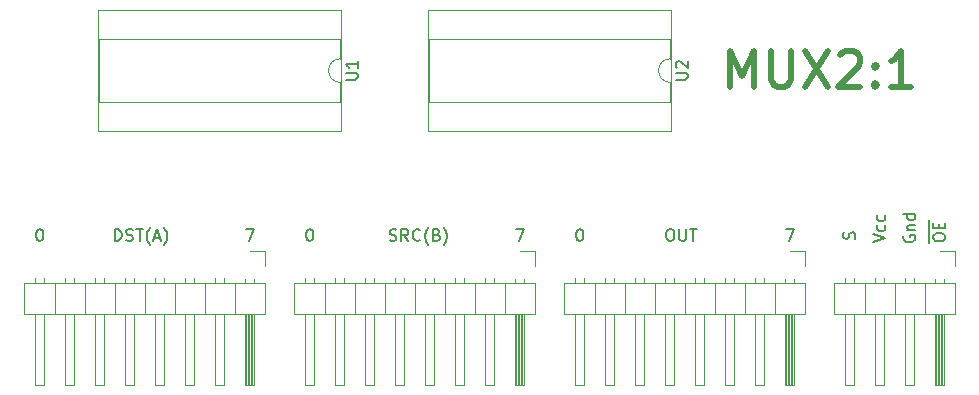
<source format=gbr>
%TF.GenerationSoftware,KiCad,Pcbnew,(5.1.8)-1*%
%TF.CreationDate,2022-10-23T00:45:01+03:00*%
%TF.ProjectId,MUX2x1,4d555832-7831-42e6-9b69-6361645f7063,rev?*%
%TF.SameCoordinates,Original*%
%TF.FileFunction,Legend,Top*%
%TF.FilePolarity,Positive*%
%FSLAX46Y46*%
G04 Gerber Fmt 4.6, Leading zero omitted, Abs format (unit mm)*
G04 Created by KiCad (PCBNEW (5.1.8)-1) date 2022-10-23 00:45:01*
%MOMM*%
%LPD*%
G01*
G04 APERTURE LIST*
%ADD10C,0.500000*%
%ADD11C,0.150000*%
%ADD12C,0.120000*%
G04 APERTURE END LIST*
D10*
X109268571Y-66127142D02*
X109268571Y-63127142D01*
X110268571Y-65270000D01*
X111268571Y-63127142D01*
X111268571Y-66127142D01*
X112697142Y-63127142D02*
X112697142Y-65555714D01*
X112840000Y-65841428D01*
X112982857Y-65984285D01*
X113268571Y-66127142D01*
X113840000Y-66127142D01*
X114125714Y-65984285D01*
X114268571Y-65841428D01*
X114411428Y-65555714D01*
X114411428Y-63127142D01*
X115554285Y-63127142D02*
X117554285Y-66127142D01*
X117554285Y-63127142D02*
X115554285Y-66127142D01*
X118554285Y-63412857D02*
X118697142Y-63270000D01*
X118982857Y-63127142D01*
X119697142Y-63127142D01*
X119982857Y-63270000D01*
X120125714Y-63412857D01*
X120268571Y-63698571D01*
X120268571Y-63984285D01*
X120125714Y-64412857D01*
X118411428Y-66127142D01*
X120268571Y-66127142D01*
X121554285Y-65841428D02*
X121697142Y-65984285D01*
X121554285Y-66127142D01*
X121411428Y-65984285D01*
X121554285Y-65841428D01*
X121554285Y-66127142D01*
X121554285Y-64270000D02*
X121697142Y-64412857D01*
X121554285Y-64555714D01*
X121411428Y-64412857D01*
X121554285Y-64270000D01*
X121554285Y-64555714D01*
X124554285Y-66127142D02*
X122840000Y-66127142D01*
X123697142Y-66127142D02*
X123697142Y-63127142D01*
X123411428Y-63555714D01*
X123125714Y-63841428D01*
X122840000Y-63984285D01*
D11*
X126085000Y-79398690D02*
X126085000Y-78351071D01*
X126452380Y-78970119D02*
X126452380Y-78779642D01*
X126500000Y-78684404D01*
X126595238Y-78589166D01*
X126785714Y-78541547D01*
X127119047Y-78541547D01*
X127309523Y-78589166D01*
X127404761Y-78684404D01*
X127452380Y-78779642D01*
X127452380Y-78970119D01*
X127404761Y-79065357D01*
X127309523Y-79160595D01*
X127119047Y-79208214D01*
X126785714Y-79208214D01*
X126595238Y-79160595D01*
X126500000Y-79065357D01*
X126452380Y-78970119D01*
X126085000Y-78351071D02*
X126085000Y-77446309D01*
X126928571Y-78112976D02*
X126928571Y-77779642D01*
X127452380Y-77636785D02*
X127452380Y-78112976D01*
X126452380Y-78112976D01*
X126452380Y-77636785D01*
X119784761Y-79025714D02*
X119832380Y-78882857D01*
X119832380Y-78644761D01*
X119784761Y-78549523D01*
X119737142Y-78501904D01*
X119641904Y-78454285D01*
X119546666Y-78454285D01*
X119451428Y-78501904D01*
X119403809Y-78549523D01*
X119356190Y-78644761D01*
X119308571Y-78835238D01*
X119260952Y-78930476D01*
X119213333Y-78978095D01*
X119118095Y-79025714D01*
X119022857Y-79025714D01*
X118927619Y-78978095D01*
X118880000Y-78930476D01*
X118832380Y-78835238D01*
X118832380Y-78597142D01*
X118880000Y-78454285D01*
X123960000Y-78747857D02*
X123912380Y-78843095D01*
X123912380Y-78985952D01*
X123960000Y-79128809D01*
X124055238Y-79224047D01*
X124150476Y-79271666D01*
X124340952Y-79319285D01*
X124483809Y-79319285D01*
X124674285Y-79271666D01*
X124769523Y-79224047D01*
X124864761Y-79128809D01*
X124912380Y-78985952D01*
X124912380Y-78890714D01*
X124864761Y-78747857D01*
X124817142Y-78700238D01*
X124483809Y-78700238D01*
X124483809Y-78890714D01*
X124245714Y-78271666D02*
X124912380Y-78271666D01*
X124340952Y-78271666D02*
X124293333Y-78224047D01*
X124245714Y-78128809D01*
X124245714Y-77985952D01*
X124293333Y-77890714D01*
X124388571Y-77843095D01*
X124912380Y-77843095D01*
X124912380Y-76938333D02*
X123912380Y-76938333D01*
X124864761Y-76938333D02*
X124912380Y-77033571D01*
X124912380Y-77224047D01*
X124864761Y-77319285D01*
X124817142Y-77366904D01*
X124721904Y-77414523D01*
X124436190Y-77414523D01*
X124340952Y-77366904D01*
X124293333Y-77319285D01*
X124245714Y-77224047D01*
X124245714Y-77033571D01*
X124293333Y-76938333D01*
X121372380Y-79295476D02*
X122372380Y-78962142D01*
X121372380Y-78628809D01*
X122324761Y-77866904D02*
X122372380Y-77962142D01*
X122372380Y-78152619D01*
X122324761Y-78247857D01*
X122277142Y-78295476D01*
X122181904Y-78343095D01*
X121896190Y-78343095D01*
X121800952Y-78295476D01*
X121753333Y-78247857D01*
X121705714Y-78152619D01*
X121705714Y-77962142D01*
X121753333Y-77866904D01*
X122324761Y-77009761D02*
X122372380Y-77105000D01*
X122372380Y-77295476D01*
X122324761Y-77390714D01*
X122277142Y-77438333D01*
X122181904Y-77485952D01*
X121896190Y-77485952D01*
X121800952Y-77438333D01*
X121753333Y-77390714D01*
X121705714Y-77295476D01*
X121705714Y-77105000D01*
X121753333Y-77009761D01*
X113966666Y-78192380D02*
X114633333Y-78192380D01*
X114204761Y-79192380D01*
X96472380Y-78192380D02*
X96567619Y-78192380D01*
X96662857Y-78240000D01*
X96710476Y-78287619D01*
X96758095Y-78382857D01*
X96805714Y-78573333D01*
X96805714Y-78811428D01*
X96758095Y-79001904D01*
X96710476Y-79097142D01*
X96662857Y-79144761D01*
X96567619Y-79192380D01*
X96472380Y-79192380D01*
X96377142Y-79144761D01*
X96329523Y-79097142D01*
X96281904Y-79001904D01*
X96234285Y-78811428D01*
X96234285Y-78573333D01*
X96281904Y-78382857D01*
X96329523Y-78287619D01*
X96377142Y-78240000D01*
X96472380Y-78192380D01*
X104092500Y-78192380D02*
X104282976Y-78192380D01*
X104378214Y-78240000D01*
X104473452Y-78335238D01*
X104521071Y-78525714D01*
X104521071Y-78859047D01*
X104473452Y-79049523D01*
X104378214Y-79144761D01*
X104282976Y-79192380D01*
X104092500Y-79192380D01*
X103997261Y-79144761D01*
X103902023Y-79049523D01*
X103854404Y-78859047D01*
X103854404Y-78525714D01*
X103902023Y-78335238D01*
X103997261Y-78240000D01*
X104092500Y-78192380D01*
X104949642Y-78192380D02*
X104949642Y-79001904D01*
X104997261Y-79097142D01*
X105044880Y-79144761D01*
X105140119Y-79192380D01*
X105330595Y-79192380D01*
X105425833Y-79144761D01*
X105473452Y-79097142D01*
X105521071Y-79001904D01*
X105521071Y-78192380D01*
X105854404Y-78192380D02*
X106425833Y-78192380D01*
X106140119Y-79192380D02*
X106140119Y-78192380D01*
X80415119Y-79144761D02*
X80557976Y-79192380D01*
X80796071Y-79192380D01*
X80891309Y-79144761D01*
X80938928Y-79097142D01*
X80986547Y-79001904D01*
X80986547Y-78906666D01*
X80938928Y-78811428D01*
X80891309Y-78763809D01*
X80796071Y-78716190D01*
X80605595Y-78668571D01*
X80510357Y-78620952D01*
X80462738Y-78573333D01*
X80415119Y-78478095D01*
X80415119Y-78382857D01*
X80462738Y-78287619D01*
X80510357Y-78240000D01*
X80605595Y-78192380D01*
X80843690Y-78192380D01*
X80986547Y-78240000D01*
X81986547Y-79192380D02*
X81653214Y-78716190D01*
X81415119Y-79192380D02*
X81415119Y-78192380D01*
X81796071Y-78192380D01*
X81891309Y-78240000D01*
X81938928Y-78287619D01*
X81986547Y-78382857D01*
X81986547Y-78525714D01*
X81938928Y-78620952D01*
X81891309Y-78668571D01*
X81796071Y-78716190D01*
X81415119Y-78716190D01*
X82986547Y-79097142D02*
X82938928Y-79144761D01*
X82796071Y-79192380D01*
X82700833Y-79192380D01*
X82557976Y-79144761D01*
X82462738Y-79049523D01*
X82415119Y-78954285D01*
X82367500Y-78763809D01*
X82367500Y-78620952D01*
X82415119Y-78430476D01*
X82462738Y-78335238D01*
X82557976Y-78240000D01*
X82700833Y-78192380D01*
X82796071Y-78192380D01*
X82938928Y-78240000D01*
X82986547Y-78287619D01*
X83700833Y-79573333D02*
X83653214Y-79525714D01*
X83557976Y-79382857D01*
X83510357Y-79287619D01*
X83462738Y-79144761D01*
X83415119Y-78906666D01*
X83415119Y-78716190D01*
X83462738Y-78478095D01*
X83510357Y-78335238D01*
X83557976Y-78240000D01*
X83653214Y-78097142D01*
X83700833Y-78049523D01*
X84415119Y-78668571D02*
X84557976Y-78716190D01*
X84605595Y-78763809D01*
X84653214Y-78859047D01*
X84653214Y-79001904D01*
X84605595Y-79097142D01*
X84557976Y-79144761D01*
X84462738Y-79192380D01*
X84081785Y-79192380D01*
X84081785Y-78192380D01*
X84415119Y-78192380D01*
X84510357Y-78240000D01*
X84557976Y-78287619D01*
X84605595Y-78382857D01*
X84605595Y-78478095D01*
X84557976Y-78573333D01*
X84510357Y-78620952D01*
X84415119Y-78668571D01*
X84081785Y-78668571D01*
X84986547Y-79573333D02*
X85034166Y-79525714D01*
X85129404Y-79382857D01*
X85177023Y-79287619D01*
X85224642Y-79144761D01*
X85272261Y-78906666D01*
X85272261Y-78716190D01*
X85224642Y-78478095D01*
X85177023Y-78335238D01*
X85129404Y-78240000D01*
X85034166Y-78097142D01*
X84986547Y-78049523D01*
X91106666Y-78192380D02*
X91773333Y-78192380D01*
X91344761Y-79192380D01*
X73612380Y-78192380D02*
X73707619Y-78192380D01*
X73802857Y-78240000D01*
X73850476Y-78287619D01*
X73898095Y-78382857D01*
X73945714Y-78573333D01*
X73945714Y-78811428D01*
X73898095Y-79001904D01*
X73850476Y-79097142D01*
X73802857Y-79144761D01*
X73707619Y-79192380D01*
X73612380Y-79192380D01*
X73517142Y-79144761D01*
X73469523Y-79097142D01*
X73421904Y-79001904D01*
X73374285Y-78811428D01*
X73374285Y-78573333D01*
X73421904Y-78382857D01*
X73469523Y-78287619D01*
X73517142Y-78240000D01*
X73612380Y-78192380D01*
X68246666Y-78192380D02*
X68913333Y-78192380D01*
X68484761Y-79192380D01*
X50752380Y-78192380D02*
X50847619Y-78192380D01*
X50942857Y-78240000D01*
X50990476Y-78287619D01*
X51038095Y-78382857D01*
X51085714Y-78573333D01*
X51085714Y-78811428D01*
X51038095Y-79001904D01*
X50990476Y-79097142D01*
X50942857Y-79144761D01*
X50847619Y-79192380D01*
X50752380Y-79192380D01*
X50657142Y-79144761D01*
X50609523Y-79097142D01*
X50561904Y-79001904D01*
X50514285Y-78811428D01*
X50514285Y-78573333D01*
X50561904Y-78382857D01*
X50609523Y-78287619D01*
X50657142Y-78240000D01*
X50752380Y-78192380D01*
X57158214Y-79192380D02*
X57158214Y-78192380D01*
X57396309Y-78192380D01*
X57539166Y-78240000D01*
X57634404Y-78335238D01*
X57682023Y-78430476D01*
X57729642Y-78620952D01*
X57729642Y-78763809D01*
X57682023Y-78954285D01*
X57634404Y-79049523D01*
X57539166Y-79144761D01*
X57396309Y-79192380D01*
X57158214Y-79192380D01*
X58110595Y-79144761D02*
X58253452Y-79192380D01*
X58491547Y-79192380D01*
X58586785Y-79144761D01*
X58634404Y-79097142D01*
X58682023Y-79001904D01*
X58682023Y-78906666D01*
X58634404Y-78811428D01*
X58586785Y-78763809D01*
X58491547Y-78716190D01*
X58301071Y-78668571D01*
X58205833Y-78620952D01*
X58158214Y-78573333D01*
X58110595Y-78478095D01*
X58110595Y-78382857D01*
X58158214Y-78287619D01*
X58205833Y-78240000D01*
X58301071Y-78192380D01*
X58539166Y-78192380D01*
X58682023Y-78240000D01*
X58967738Y-78192380D02*
X59539166Y-78192380D01*
X59253452Y-79192380D02*
X59253452Y-78192380D01*
X60158214Y-79573333D02*
X60110595Y-79525714D01*
X60015357Y-79382857D01*
X59967738Y-79287619D01*
X59920119Y-79144761D01*
X59872500Y-78906666D01*
X59872500Y-78716190D01*
X59920119Y-78478095D01*
X59967738Y-78335238D01*
X60015357Y-78240000D01*
X60110595Y-78097142D01*
X60158214Y-78049523D01*
X60491547Y-78906666D02*
X60967738Y-78906666D01*
X60396309Y-79192380D02*
X60729642Y-78192380D01*
X61062976Y-79192380D01*
X61301071Y-79573333D02*
X61348690Y-79525714D01*
X61443928Y-79382857D01*
X61491547Y-79287619D01*
X61539166Y-79144761D01*
X61586785Y-78906666D01*
X61586785Y-78716190D01*
X61539166Y-78478095D01*
X61491547Y-78335238D01*
X61443928Y-78240000D01*
X61348690Y-78097142D01*
X61301071Y-78049523D01*
D12*
%TO.C,J1*%
X69850000Y-80010000D02*
X69850000Y-81280000D01*
X68580000Y-80010000D02*
X69850000Y-80010000D01*
X50420000Y-82322929D02*
X50420000Y-82720000D01*
X51180000Y-82322929D02*
X51180000Y-82720000D01*
X50420000Y-91380000D02*
X50420000Y-85380000D01*
X51180000Y-91380000D02*
X50420000Y-91380000D01*
X51180000Y-85380000D02*
X51180000Y-91380000D01*
X52070000Y-82720000D02*
X52070000Y-85380000D01*
X52960000Y-82322929D02*
X52960000Y-82720000D01*
X53720000Y-82322929D02*
X53720000Y-82720000D01*
X52960000Y-91380000D02*
X52960000Y-85380000D01*
X53720000Y-91380000D02*
X52960000Y-91380000D01*
X53720000Y-85380000D02*
X53720000Y-91380000D01*
X54610000Y-82720000D02*
X54610000Y-85380000D01*
X55500000Y-82322929D02*
X55500000Y-82720000D01*
X56260000Y-82322929D02*
X56260000Y-82720000D01*
X55500000Y-91380000D02*
X55500000Y-85380000D01*
X56260000Y-91380000D02*
X55500000Y-91380000D01*
X56260000Y-85380000D02*
X56260000Y-91380000D01*
X57150000Y-82720000D02*
X57150000Y-85380000D01*
X58040000Y-82322929D02*
X58040000Y-82720000D01*
X58800000Y-82322929D02*
X58800000Y-82720000D01*
X58040000Y-91380000D02*
X58040000Y-85380000D01*
X58800000Y-91380000D02*
X58040000Y-91380000D01*
X58800000Y-85380000D02*
X58800000Y-91380000D01*
X59690000Y-82720000D02*
X59690000Y-85380000D01*
X60580000Y-82322929D02*
X60580000Y-82720000D01*
X61340000Y-82322929D02*
X61340000Y-82720000D01*
X60580000Y-91380000D02*
X60580000Y-85380000D01*
X61340000Y-91380000D02*
X60580000Y-91380000D01*
X61340000Y-85380000D02*
X61340000Y-91380000D01*
X62230000Y-82720000D02*
X62230000Y-85380000D01*
X63120000Y-82322929D02*
X63120000Y-82720000D01*
X63880000Y-82322929D02*
X63880000Y-82720000D01*
X63120000Y-91380000D02*
X63120000Y-85380000D01*
X63880000Y-91380000D02*
X63120000Y-91380000D01*
X63880000Y-85380000D02*
X63880000Y-91380000D01*
X64770000Y-82720000D02*
X64770000Y-85380000D01*
X65660000Y-82322929D02*
X65660000Y-82720000D01*
X66420000Y-82322929D02*
X66420000Y-82720000D01*
X65660000Y-91380000D02*
X65660000Y-85380000D01*
X66420000Y-91380000D02*
X65660000Y-91380000D01*
X66420000Y-85380000D02*
X66420000Y-91380000D01*
X67310000Y-82720000D02*
X67310000Y-85380000D01*
X68200000Y-82390000D02*
X68200000Y-82720000D01*
X68960000Y-82390000D02*
X68960000Y-82720000D01*
X68300000Y-85380000D02*
X68300000Y-91380000D01*
X68420000Y-85380000D02*
X68420000Y-91380000D01*
X68540000Y-85380000D02*
X68540000Y-91380000D01*
X68660000Y-85380000D02*
X68660000Y-91380000D01*
X68780000Y-85380000D02*
X68780000Y-91380000D01*
X68900000Y-85380000D02*
X68900000Y-91380000D01*
X68200000Y-91380000D02*
X68200000Y-85380000D01*
X68960000Y-91380000D02*
X68200000Y-91380000D01*
X68960000Y-85380000D02*
X68960000Y-91380000D01*
X69910000Y-85380000D02*
X69910000Y-82720000D01*
X49470000Y-85380000D02*
X69910000Y-85380000D01*
X49470000Y-82720000D02*
X49470000Y-85380000D01*
X69910000Y-82720000D02*
X49470000Y-82720000D01*
%TO.C,J2*%
X92770000Y-82720000D02*
X72330000Y-82720000D01*
X72330000Y-82720000D02*
X72330000Y-85380000D01*
X72330000Y-85380000D02*
X92770000Y-85380000D01*
X92770000Y-85380000D02*
X92770000Y-82720000D01*
X91820000Y-85380000D02*
X91820000Y-91380000D01*
X91820000Y-91380000D02*
X91060000Y-91380000D01*
X91060000Y-91380000D02*
X91060000Y-85380000D01*
X91760000Y-85380000D02*
X91760000Y-91380000D01*
X91640000Y-85380000D02*
X91640000Y-91380000D01*
X91520000Y-85380000D02*
X91520000Y-91380000D01*
X91400000Y-85380000D02*
X91400000Y-91380000D01*
X91280000Y-85380000D02*
X91280000Y-91380000D01*
X91160000Y-85380000D02*
X91160000Y-91380000D01*
X91820000Y-82390000D02*
X91820000Y-82720000D01*
X91060000Y-82390000D02*
X91060000Y-82720000D01*
X90170000Y-82720000D02*
X90170000Y-85380000D01*
X89280000Y-85380000D02*
X89280000Y-91380000D01*
X89280000Y-91380000D02*
X88520000Y-91380000D01*
X88520000Y-91380000D02*
X88520000Y-85380000D01*
X89280000Y-82322929D02*
X89280000Y-82720000D01*
X88520000Y-82322929D02*
X88520000Y-82720000D01*
X87630000Y-82720000D02*
X87630000Y-85380000D01*
X86740000Y-85380000D02*
X86740000Y-91380000D01*
X86740000Y-91380000D02*
X85980000Y-91380000D01*
X85980000Y-91380000D02*
X85980000Y-85380000D01*
X86740000Y-82322929D02*
X86740000Y-82720000D01*
X85980000Y-82322929D02*
X85980000Y-82720000D01*
X85090000Y-82720000D02*
X85090000Y-85380000D01*
X84200000Y-85380000D02*
X84200000Y-91380000D01*
X84200000Y-91380000D02*
X83440000Y-91380000D01*
X83440000Y-91380000D02*
X83440000Y-85380000D01*
X84200000Y-82322929D02*
X84200000Y-82720000D01*
X83440000Y-82322929D02*
X83440000Y-82720000D01*
X82550000Y-82720000D02*
X82550000Y-85380000D01*
X81660000Y-85380000D02*
X81660000Y-91380000D01*
X81660000Y-91380000D02*
X80900000Y-91380000D01*
X80900000Y-91380000D02*
X80900000Y-85380000D01*
X81660000Y-82322929D02*
X81660000Y-82720000D01*
X80900000Y-82322929D02*
X80900000Y-82720000D01*
X80010000Y-82720000D02*
X80010000Y-85380000D01*
X79120000Y-85380000D02*
X79120000Y-91380000D01*
X79120000Y-91380000D02*
X78360000Y-91380000D01*
X78360000Y-91380000D02*
X78360000Y-85380000D01*
X79120000Y-82322929D02*
X79120000Y-82720000D01*
X78360000Y-82322929D02*
X78360000Y-82720000D01*
X77470000Y-82720000D02*
X77470000Y-85380000D01*
X76580000Y-85380000D02*
X76580000Y-91380000D01*
X76580000Y-91380000D02*
X75820000Y-91380000D01*
X75820000Y-91380000D02*
X75820000Y-85380000D01*
X76580000Y-82322929D02*
X76580000Y-82720000D01*
X75820000Y-82322929D02*
X75820000Y-82720000D01*
X74930000Y-82720000D02*
X74930000Y-85380000D01*
X74040000Y-85380000D02*
X74040000Y-91380000D01*
X74040000Y-91380000D02*
X73280000Y-91380000D01*
X73280000Y-91380000D02*
X73280000Y-85380000D01*
X74040000Y-82322929D02*
X74040000Y-82720000D01*
X73280000Y-82322929D02*
X73280000Y-82720000D01*
X91440000Y-80010000D02*
X92710000Y-80010000D01*
X92710000Y-80010000D02*
X92710000Y-81280000D01*
%TO.C,J3*%
X115570000Y-80010000D02*
X115570000Y-81280000D01*
X114300000Y-80010000D02*
X115570000Y-80010000D01*
X96140000Y-82322929D02*
X96140000Y-82720000D01*
X96900000Y-82322929D02*
X96900000Y-82720000D01*
X96140000Y-91380000D02*
X96140000Y-85380000D01*
X96900000Y-91380000D02*
X96140000Y-91380000D01*
X96900000Y-85380000D02*
X96900000Y-91380000D01*
X97790000Y-82720000D02*
X97790000Y-85380000D01*
X98680000Y-82322929D02*
X98680000Y-82720000D01*
X99440000Y-82322929D02*
X99440000Y-82720000D01*
X98680000Y-91380000D02*
X98680000Y-85380000D01*
X99440000Y-91380000D02*
X98680000Y-91380000D01*
X99440000Y-85380000D02*
X99440000Y-91380000D01*
X100330000Y-82720000D02*
X100330000Y-85380000D01*
X101220000Y-82322929D02*
X101220000Y-82720000D01*
X101980000Y-82322929D02*
X101980000Y-82720000D01*
X101220000Y-91380000D02*
X101220000Y-85380000D01*
X101980000Y-91380000D02*
X101220000Y-91380000D01*
X101980000Y-85380000D02*
X101980000Y-91380000D01*
X102870000Y-82720000D02*
X102870000Y-85380000D01*
X103760000Y-82322929D02*
X103760000Y-82720000D01*
X104520000Y-82322929D02*
X104520000Y-82720000D01*
X103760000Y-91380000D02*
X103760000Y-85380000D01*
X104520000Y-91380000D02*
X103760000Y-91380000D01*
X104520000Y-85380000D02*
X104520000Y-91380000D01*
X105410000Y-82720000D02*
X105410000Y-85380000D01*
X106300000Y-82322929D02*
X106300000Y-82720000D01*
X107060000Y-82322929D02*
X107060000Y-82720000D01*
X106300000Y-91380000D02*
X106300000Y-85380000D01*
X107060000Y-91380000D02*
X106300000Y-91380000D01*
X107060000Y-85380000D02*
X107060000Y-91380000D01*
X107950000Y-82720000D02*
X107950000Y-85380000D01*
X108840000Y-82322929D02*
X108840000Y-82720000D01*
X109600000Y-82322929D02*
X109600000Y-82720000D01*
X108840000Y-91380000D02*
X108840000Y-85380000D01*
X109600000Y-91380000D02*
X108840000Y-91380000D01*
X109600000Y-85380000D02*
X109600000Y-91380000D01*
X110490000Y-82720000D02*
X110490000Y-85380000D01*
X111380000Y-82322929D02*
X111380000Y-82720000D01*
X112140000Y-82322929D02*
X112140000Y-82720000D01*
X111380000Y-91380000D02*
X111380000Y-85380000D01*
X112140000Y-91380000D02*
X111380000Y-91380000D01*
X112140000Y-85380000D02*
X112140000Y-91380000D01*
X113030000Y-82720000D02*
X113030000Y-85380000D01*
X113920000Y-82390000D02*
X113920000Y-82720000D01*
X114680000Y-82390000D02*
X114680000Y-82720000D01*
X114020000Y-85380000D02*
X114020000Y-91380000D01*
X114140000Y-85380000D02*
X114140000Y-91380000D01*
X114260000Y-85380000D02*
X114260000Y-91380000D01*
X114380000Y-85380000D02*
X114380000Y-91380000D01*
X114500000Y-85380000D02*
X114500000Y-91380000D01*
X114620000Y-85380000D02*
X114620000Y-91380000D01*
X113920000Y-91380000D02*
X113920000Y-85380000D01*
X114680000Y-91380000D02*
X113920000Y-91380000D01*
X114680000Y-85380000D02*
X114680000Y-91380000D01*
X115630000Y-85380000D02*
X115630000Y-82720000D01*
X95190000Y-85380000D02*
X115630000Y-85380000D01*
X95190000Y-82720000D02*
X95190000Y-85380000D01*
X115630000Y-82720000D02*
X95190000Y-82720000D01*
%TO.C,J4*%
X128270000Y-80010000D02*
X128270000Y-81280000D01*
X127000000Y-80010000D02*
X128270000Y-80010000D01*
X119000000Y-82322929D02*
X119000000Y-82720000D01*
X119760000Y-82322929D02*
X119760000Y-82720000D01*
X119000000Y-91380000D02*
X119000000Y-85380000D01*
X119760000Y-91380000D02*
X119000000Y-91380000D01*
X119760000Y-85380000D02*
X119760000Y-91380000D01*
X120650000Y-82720000D02*
X120650000Y-85380000D01*
X121540000Y-82322929D02*
X121540000Y-82720000D01*
X122300000Y-82322929D02*
X122300000Y-82720000D01*
X121540000Y-91380000D02*
X121540000Y-85380000D01*
X122300000Y-91380000D02*
X121540000Y-91380000D01*
X122300000Y-85380000D02*
X122300000Y-91380000D01*
X123190000Y-82720000D02*
X123190000Y-85380000D01*
X124080000Y-82322929D02*
X124080000Y-82720000D01*
X124840000Y-82322929D02*
X124840000Y-82720000D01*
X124080000Y-91380000D02*
X124080000Y-85380000D01*
X124840000Y-91380000D02*
X124080000Y-91380000D01*
X124840000Y-85380000D02*
X124840000Y-91380000D01*
X125730000Y-82720000D02*
X125730000Y-85380000D01*
X126620000Y-82390000D02*
X126620000Y-82720000D01*
X127380000Y-82390000D02*
X127380000Y-82720000D01*
X126720000Y-85380000D02*
X126720000Y-91380000D01*
X126840000Y-85380000D02*
X126840000Y-91380000D01*
X126960000Y-85380000D02*
X126960000Y-91380000D01*
X127080000Y-85380000D02*
X127080000Y-91380000D01*
X127200000Y-85380000D02*
X127200000Y-91380000D01*
X127320000Y-85380000D02*
X127320000Y-91380000D01*
X126620000Y-91380000D02*
X126620000Y-85380000D01*
X127380000Y-91380000D02*
X126620000Y-91380000D01*
X127380000Y-85380000D02*
X127380000Y-91380000D01*
X128330000Y-85380000D02*
X128330000Y-82720000D01*
X118050000Y-85380000D02*
X128330000Y-85380000D01*
X118050000Y-82720000D02*
X118050000Y-85380000D01*
X128330000Y-82720000D02*
X118050000Y-82720000D01*
%TO.C,U1*%
X76320000Y-69910000D02*
X76320000Y-59630000D01*
X55760000Y-69910000D02*
X76320000Y-69910000D01*
X55760000Y-59630000D02*
X55760000Y-69910000D01*
X76320000Y-59630000D02*
X55760000Y-59630000D01*
X76260000Y-67420000D02*
X76260000Y-65770000D01*
X55820000Y-67420000D02*
X76260000Y-67420000D01*
X55820000Y-62120000D02*
X55820000Y-67420000D01*
X76260000Y-62120000D02*
X55820000Y-62120000D01*
X76260000Y-63770000D02*
X76260000Y-62120000D01*
X76260000Y-65770000D02*
G75*
G02*
X76260000Y-63770000I0J1000000D01*
G01*
%TO.C,U2*%
X104200000Y-63770000D02*
X104200000Y-62120000D01*
X104200000Y-62120000D02*
X83760000Y-62120000D01*
X83760000Y-62120000D02*
X83760000Y-67420000D01*
X83760000Y-67420000D02*
X104200000Y-67420000D01*
X104200000Y-67420000D02*
X104200000Y-65770000D01*
X104260000Y-59630000D02*
X83700000Y-59630000D01*
X83700000Y-59630000D02*
X83700000Y-69910000D01*
X83700000Y-69910000D02*
X104260000Y-69910000D01*
X104260000Y-69910000D02*
X104260000Y-59630000D01*
X104200000Y-65770000D02*
G75*
G02*
X104200000Y-63770000I0J1000000D01*
G01*
%TO.C,U1*%
D11*
X76712380Y-65531904D02*
X77521904Y-65531904D01*
X77617142Y-65484285D01*
X77664761Y-65436666D01*
X77712380Y-65341428D01*
X77712380Y-65150952D01*
X77664761Y-65055714D01*
X77617142Y-65008095D01*
X77521904Y-64960476D01*
X76712380Y-64960476D01*
X77712380Y-63960476D02*
X77712380Y-64531904D01*
X77712380Y-64246190D02*
X76712380Y-64246190D01*
X76855238Y-64341428D01*
X76950476Y-64436666D01*
X76998095Y-64531904D01*
%TO.C,U2*%
X104652380Y-65531904D02*
X105461904Y-65531904D01*
X105557142Y-65484285D01*
X105604761Y-65436666D01*
X105652380Y-65341428D01*
X105652380Y-65150952D01*
X105604761Y-65055714D01*
X105557142Y-65008095D01*
X105461904Y-64960476D01*
X104652380Y-64960476D01*
X104747619Y-64531904D02*
X104700000Y-64484285D01*
X104652380Y-64389047D01*
X104652380Y-64150952D01*
X104700000Y-64055714D01*
X104747619Y-64008095D01*
X104842857Y-63960476D01*
X104938095Y-63960476D01*
X105080952Y-64008095D01*
X105652380Y-64579523D01*
X105652380Y-63960476D01*
%TD*%
M02*

</source>
